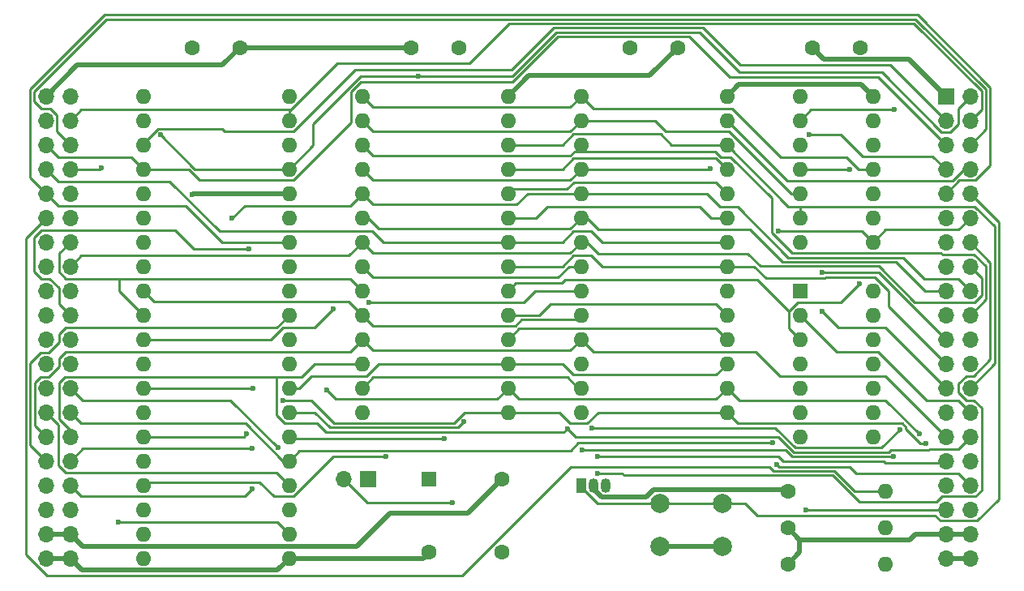
<source format=gbr>
%TF.GenerationSoftware,KiCad,Pcbnew,(5.1.8)-1*%
%TF.CreationDate,2020-12-26T15:35:10+00:00*%
%TF.ProjectId,computer,636f6d70-7574-4657-922e-6b696361645f,rev?*%
%TF.SameCoordinates,Original*%
%TF.FileFunction,Copper,L1,Top*%
%TF.FilePolarity,Positive*%
%FSLAX46Y46*%
G04 Gerber Fmt 4.6, Leading zero omitted, Abs format (unit mm)*
G04 Created by KiCad (PCBNEW (5.1.8)-1) date 2020-12-26 15:35:10*
%MOMM*%
%LPD*%
G01*
G04 APERTURE LIST*
%TA.AperFunction,ComponentPad*%
%ADD10O,1.600000X1.600000*%
%TD*%
%TA.AperFunction,ComponentPad*%
%ADD11C,1.600000*%
%TD*%
%TA.AperFunction,ComponentPad*%
%ADD12O,1.700000X1.700000*%
%TD*%
%TA.AperFunction,ComponentPad*%
%ADD13R,1.700000X1.700000*%
%TD*%
%TA.AperFunction,ComponentPad*%
%ADD14R,1.600000X1.600000*%
%TD*%
%TA.AperFunction,ComponentPad*%
%ADD15R,1.050000X1.500000*%
%TD*%
%TA.AperFunction,ComponentPad*%
%ADD16O,1.050000X1.500000*%
%TD*%
%TA.AperFunction,ComponentPad*%
%ADD17C,2.000000*%
%TD*%
%TA.AperFunction,ViaPad*%
%ADD18C,0.600000*%
%TD*%
%TA.AperFunction,Conductor*%
%ADD19C,0.500000*%
%TD*%
%TA.AperFunction,Conductor*%
%ADD20C,0.250000*%
%TD*%
G04 APERTURE END LIST*
D10*
%TO.P,R3,2*%
%TO.N,!IRQ*%
X158750000Y-83185000D03*
D11*
%TO.P,R3,1*%
%TO.N,+5V*%
X148590000Y-83185000D03*
%TD*%
D10*
%TO.P,R1,2*%
%TO.N,RDY*%
X158750000Y-75565000D03*
D11*
%TO.P,R1,1*%
%TO.N,+5V*%
X148590000Y-75565000D03*
%TD*%
%TO.P,C4,2*%
%TO.N,+5V*%
X156130000Y-29210000D03*
%TO.P,C4,1*%
%TO.N,GND*%
X151130000Y-29210000D03*
%TD*%
%TO.P,C3,2*%
%TO.N,+5V*%
X137080000Y-29210000D03*
%TO.P,C3,1*%
%TO.N,GND*%
X132080000Y-29210000D03*
%TD*%
%TO.P,C2,2*%
%TO.N,+5V*%
X114220000Y-29210000D03*
%TO.P,C2,1*%
%TO.N,GND*%
X109220000Y-29210000D03*
%TD*%
%TO.P,C1,2*%
%TO.N,GND*%
X91360000Y-29210000D03*
%TO.P,C1,1*%
%TO.N,+5V*%
X86360000Y-29210000D03*
%TD*%
D10*
%TO.P,U3,28*%
%TO.N,+5V*%
X142240000Y-34290000D03*
%TO.P,U3,14*%
%TO.N,GND*%
X127000000Y-67310000D03*
%TO.P,U3,27*%
%TO.N,!WRITE*%
X142240000Y-36830000D03*
%TO.P,U3,13*%
%TO.N,D2*%
X127000000Y-64770000D03*
%TO.P,U3,26*%
%TO.N,A13*%
X142240000Y-39370000D03*
%TO.P,U3,12*%
%TO.N,D1*%
X127000000Y-62230000D03*
%TO.P,U3,25*%
%TO.N,A8*%
X142240000Y-41910000D03*
%TO.P,U3,11*%
%TO.N,D0*%
X127000000Y-59690000D03*
%TO.P,U3,24*%
%TO.N,A9*%
X142240000Y-44450000D03*
%TO.P,U3,10*%
%TO.N,A0*%
X127000000Y-57150000D03*
%TO.P,U3,23*%
%TO.N,A11*%
X142240000Y-46990000D03*
%TO.P,U3,9*%
%TO.N,A1*%
X127000000Y-54610000D03*
%TO.P,U3,22*%
%TO.N,!READ*%
X142240000Y-49530000D03*
%TO.P,U3,8*%
%TO.N,A2*%
X127000000Y-52070000D03*
%TO.P,U3,21*%
%TO.N,A10*%
X142240000Y-52070000D03*
%TO.P,U3,7*%
%TO.N,A3*%
X127000000Y-49530000D03*
%TO.P,U3,20*%
%TO.N,!RAM_SELECT*%
X142240000Y-54610000D03*
%TO.P,U3,6*%
%TO.N,A4*%
X127000000Y-46990000D03*
%TO.P,U3,19*%
%TO.N,D7*%
X142240000Y-57150000D03*
%TO.P,U3,5*%
%TO.N,A5*%
X127000000Y-44450000D03*
%TO.P,U3,18*%
%TO.N,D6*%
X142240000Y-59690000D03*
%TO.P,U3,4*%
%TO.N,A6*%
X127000000Y-41910000D03*
%TO.P,U3,17*%
%TO.N,D5*%
X142240000Y-62230000D03*
%TO.P,U3,3*%
%TO.N,A7*%
X127000000Y-39370000D03*
%TO.P,U3,16*%
%TO.N,D4*%
X142240000Y-64770000D03*
%TO.P,U3,2*%
%TO.N,A12*%
X127000000Y-36830000D03*
%TO.P,U3,15*%
%TO.N,D3*%
X142240000Y-67310000D03*
%TO.P,U3,1*%
%TO.N,A14*%
X127000000Y-34290000D03*
%TD*%
D12*
%TO.P,J2,40*%
%TO.N,GND*%
X167640000Y-82550000D03*
%TO.P,J2,39*%
X165100000Y-82550000D03*
%TO.P,J2,38*%
%TO.N,+5V*%
X167640000Y-80010000D03*
%TO.P,J2,37*%
X165100000Y-80010000D03*
%TO.P,J2,36*%
%TO.N,D7*%
X167640000Y-77470000D03*
%TO.P,J2,35*%
%TO.N,D6*%
X165100000Y-77470000D03*
%TO.P,J2,34*%
%TO.N,D5*%
X167640000Y-74930000D03*
%TO.P,J2,33*%
%TO.N,D4*%
X165100000Y-74930000D03*
%TO.P,J2,32*%
%TO.N,D3*%
X167640000Y-72390000D03*
%TO.P,J2,31*%
%TO.N,D2*%
X165100000Y-72390000D03*
%TO.P,J2,30*%
%TO.N,D1*%
X167640000Y-69850000D03*
%TO.P,J2,29*%
%TO.N,D0*%
X165100000Y-69850000D03*
%TO.P,J2,28*%
%TO.N,A15*%
X167640000Y-67310000D03*
%TO.P,J2,27*%
%TO.N,A14*%
X165100000Y-67310000D03*
%TO.P,J2,26*%
%TO.N,A13*%
X167640000Y-64770000D03*
%TO.P,J2,25*%
%TO.N,A12*%
X165100000Y-64770000D03*
%TO.P,J2,24*%
%TO.N,A11*%
X167640000Y-62230000D03*
%TO.P,J2,23*%
%TO.N,A10*%
X165100000Y-62230000D03*
%TO.P,J2,22*%
%TO.N,A9*%
X167640000Y-59690000D03*
%TO.P,J2,21*%
%TO.N,A8*%
X165100000Y-59690000D03*
%TO.P,J2,20*%
%TO.N,A7*%
X167640000Y-57150000D03*
%TO.P,J2,19*%
%TO.N,A6*%
X165100000Y-57150000D03*
%TO.P,J2,18*%
%TO.N,A5*%
X167640000Y-54610000D03*
%TO.P,J2,17*%
%TO.N,A4*%
X165100000Y-54610000D03*
%TO.P,J2,16*%
%TO.N,A3*%
X167640000Y-52070000D03*
%TO.P,J2,15*%
%TO.N,A2*%
X165100000Y-52070000D03*
%TO.P,J2,14*%
%TO.N,A1*%
X167640000Y-49530000D03*
%TO.P,J2,13*%
%TO.N,A0*%
X165100000Y-49530000D03*
%TO.P,J2,12*%
%TO.N,!P_SELECT*%
X167640000Y-46990000D03*
%TO.P,J2,11*%
%TO.N,RDY*%
X165100000Y-46990000D03*
%TO.P,J2,10*%
%TO.N,!RESET*%
X167640000Y-44450000D03*
%TO.P,J2,9*%
%TO.N,R!W*%
X165100000Y-44450000D03*
%TO.P,J2,8*%
%TO.N,!WRITE*%
X167640000Y-41910000D03*
%TO.P,J2,7*%
%TO.N,!READ*%
X165100000Y-41910000D03*
%TO.P,J2,6*%
%TO.N,!NMI*%
X167640000Y-39370000D03*
%TO.P,J2,5*%
%TO.N,!IRQ*%
X165100000Y-39370000D03*
%TO.P,J2,4*%
%TO.N,PHI2*%
X167640000Y-36830000D03*
%TO.P,J2,3*%
%TO.N,PHI1*%
X165100000Y-36830000D03*
%TO.P,J2,2*%
%TO.N,CLK*%
X167640000Y-34290000D03*
D13*
%TO.P,J2,1*%
%TO.N,GND*%
X165100000Y-34290000D03*
%TD*%
D11*
%TO.P,X1,4*%
%TO.N,GND*%
X111125000Y-81915000D03*
%TO.P,X1,5*%
%TO.N,CLK1*%
X118745000Y-81915000D03*
%TO.P,X1,8*%
%TO.N,+5V*%
X118745000Y-74295000D03*
D14*
%TO.P,X1,1*%
%TO.N,Net-(X1-Pad1)*%
X111125000Y-74295000D03*
%TD*%
D15*
%TO.P,U6,1*%
%TO.N,!RESET*%
X127000000Y-74930000D03*
D16*
%TO.P,U6,3*%
%TO.N,GND*%
X129540000Y-74930000D03*
%TO.P,U6,2*%
%TO.N,+5V*%
X128270000Y-74930000D03*
%TD*%
D17*
%TO.P,SW1,1*%
%TO.N,!RESET*%
X141755000Y-76835000D03*
%TO.P,SW1,2*%
%TO.N,GND*%
X141755000Y-81335000D03*
%TO.P,SW1,1*%
%TO.N,!RESET*%
X135255000Y-76835000D03*
%TO.P,SW1,2*%
%TO.N,GND*%
X135255000Y-81335000D03*
%TD*%
D10*
%TO.P,R2,2*%
%TO.N,!NMI*%
X158750000Y-79375000D03*
D11*
%TO.P,R2,1*%
%TO.N,+5V*%
X148590000Y-79375000D03*
%TD*%
D13*
%TO.P,JP1,1*%
%TO.N,CLK*%
X104775000Y-74295000D03*
D12*
%TO.P,JP1,2*%
%TO.N,CLK1*%
X102235000Y-74295000D03*
%TD*%
D10*
%TO.P,U5,14*%
%TO.N,+5V*%
X157480000Y-54610000D03*
%TO.P,U5,7*%
%TO.N,GND*%
X149860000Y-69850000D03*
%TO.P,U5,13*%
%TO.N,!READ*%
X157480000Y-57150000D03*
%TO.P,U5,6*%
%TO.N,!RAM_SELECT*%
X149860000Y-67310000D03*
%TO.P,U5,12*%
%TO.N,PHI2*%
X157480000Y-59690000D03*
%TO.P,U5,5*%
%TO.N,!ROM_SELECT*%
X149860000Y-64770000D03*
%TO.P,U5,11*%
%TO.N,!WRITE*%
X157480000Y-62230000D03*
%TO.P,U5,4*%
%TO.N,!P_SELECT*%
X149860000Y-62230000D03*
%TO.P,U5,10*%
%TO.N,PHI2*%
X157480000Y-64770000D03*
%TO.P,U5,3*%
%TO.N,!ROM_SELECT*%
X149860000Y-59690000D03*
%TO.P,U5,9*%
%TO.N,R!W*%
X157480000Y-67310000D03*
%TO.P,U5,2*%
%TO.N,A15*%
X149860000Y-57150000D03*
%TO.P,U5,8*%
%TO.N,!READ*%
X157480000Y-69850000D03*
D14*
%TO.P,U5,1*%
%TO.N,A15*%
X149860000Y-54610000D03*
%TD*%
D10*
%TO.P,U4,14*%
%TO.N,+5V*%
X157480000Y-34290000D03*
%TO.P,U4,7*%
%TO.N,GND*%
X149860000Y-49530000D03*
%TO.P,U4,13*%
%TO.N,N/C*%
X157480000Y-36830000D03*
%TO.P,U4,6*%
%TO.N,A13*%
X149860000Y-46990000D03*
%TO.P,U4,12*%
%TO.N,!ROM_SELECT*%
X157480000Y-39370000D03*
%TO.P,U4,5*%
%TO.N,A12*%
X149860000Y-44450000D03*
%TO.P,U4,11*%
%TO.N,A14*%
X157480000Y-41910000D03*
%TO.P,U4,4*%
%TO.N,A11*%
X149860000Y-41910000D03*
%TO.P,U4,10*%
%TO.N,N/C*%
X157480000Y-44450000D03*
%TO.P,U4,3*%
%TO.N,A10*%
X149860000Y-39370000D03*
%TO.P,U4,9*%
%TO.N,N/C*%
X157480000Y-46990000D03*
%TO.P,U4,2*%
%TO.N,A9*%
X149860000Y-36830000D03*
%TO.P,U4,8*%
%TO.N,!P_SELECT*%
X157480000Y-49530000D03*
%TO.P,U4,1*%
%TO.N,A8*%
X149860000Y-34290000D03*
%TD*%
%TO.P,U2,28*%
%TO.N,+5V*%
X119380000Y-34290000D03*
%TO.P,U2,14*%
%TO.N,GND*%
X104140000Y-67310000D03*
%TO.P,U2,27*%
%TO.N,+5V*%
X119380000Y-36830000D03*
%TO.P,U2,13*%
%TO.N,D2*%
X104140000Y-64770000D03*
%TO.P,U2,26*%
%TO.N,A13*%
X119380000Y-39370000D03*
%TO.P,U2,12*%
%TO.N,D1*%
X104140000Y-62230000D03*
%TO.P,U2,25*%
%TO.N,A8*%
X119380000Y-41910000D03*
%TO.P,U2,11*%
%TO.N,D0*%
X104140000Y-59690000D03*
%TO.P,U2,24*%
%TO.N,A9*%
X119380000Y-44450000D03*
%TO.P,U2,10*%
%TO.N,A0*%
X104140000Y-57150000D03*
%TO.P,U2,23*%
%TO.N,A11*%
X119380000Y-46990000D03*
%TO.P,U2,9*%
%TO.N,A1*%
X104140000Y-54610000D03*
%TO.P,U2,22*%
%TO.N,!READ*%
X119380000Y-49530000D03*
%TO.P,U2,8*%
%TO.N,A2*%
X104140000Y-52070000D03*
%TO.P,U2,21*%
%TO.N,A10*%
X119380000Y-52070000D03*
%TO.P,U2,7*%
%TO.N,A3*%
X104140000Y-49530000D03*
%TO.P,U2,20*%
%TO.N,!ROM_SELECT*%
X119380000Y-54610000D03*
%TO.P,U2,6*%
%TO.N,A4*%
X104140000Y-46990000D03*
%TO.P,U2,19*%
%TO.N,D7*%
X119380000Y-57150000D03*
%TO.P,U2,5*%
%TO.N,A5*%
X104140000Y-44450000D03*
%TO.P,U2,18*%
%TO.N,D6*%
X119380000Y-59690000D03*
%TO.P,U2,4*%
%TO.N,A6*%
X104140000Y-41910000D03*
%TO.P,U2,17*%
%TO.N,D5*%
X119380000Y-62230000D03*
%TO.P,U2,3*%
%TO.N,A7*%
X104140000Y-39370000D03*
%TO.P,U2,16*%
%TO.N,D4*%
X119380000Y-64770000D03*
%TO.P,U2,2*%
%TO.N,A12*%
X104140000Y-36830000D03*
%TO.P,U2,15*%
%TO.N,D3*%
X119380000Y-67310000D03*
%TO.P,U2,1*%
%TO.N,A14*%
X104140000Y-34290000D03*
%TD*%
%TO.P,U1,40*%
%TO.N,!RESET*%
X96520000Y-34290000D03*
%TO.P,U1,20*%
%TO.N,A11*%
X81280000Y-82550000D03*
%TO.P,U1,39*%
%TO.N,PHI2*%
X96520000Y-36830000D03*
%TO.P,U1,19*%
%TO.N,A10*%
X81280000Y-80010000D03*
%TO.P,U1,38*%
%TO.N,+5V*%
X96520000Y-39370000D03*
%TO.P,U1,18*%
%TO.N,A9*%
X81280000Y-77470000D03*
%TO.P,U1,37*%
%TO.N,CLK*%
X96520000Y-41910000D03*
%TO.P,U1,17*%
%TO.N,A8*%
X81280000Y-74930000D03*
%TO.P,U1,36*%
%TO.N,+5V*%
X96520000Y-44450000D03*
%TO.P,U1,16*%
%TO.N,A7*%
X81280000Y-72390000D03*
%TO.P,U1,35*%
%TO.N,Net-(U1-Pad35)*%
X96520000Y-46990000D03*
%TO.P,U1,15*%
%TO.N,A6*%
X81280000Y-69850000D03*
%TO.P,U1,34*%
%TO.N,R!W*%
X96520000Y-49530000D03*
%TO.P,U1,14*%
%TO.N,A5*%
X81280000Y-67310000D03*
%TO.P,U1,33*%
%TO.N,D0*%
X96520000Y-52070000D03*
%TO.P,U1,13*%
%TO.N,A4*%
X81280000Y-64770000D03*
%TO.P,U1,32*%
%TO.N,D1*%
X96520000Y-54610000D03*
%TO.P,U1,12*%
%TO.N,A3*%
X81280000Y-62230000D03*
%TO.P,U1,31*%
%TO.N,D2*%
X96520000Y-57150000D03*
%TO.P,U1,11*%
%TO.N,A2*%
X81280000Y-59690000D03*
%TO.P,U1,30*%
%TO.N,D3*%
X96520000Y-59690000D03*
%TO.P,U1,10*%
%TO.N,A1*%
X81280000Y-57150000D03*
%TO.P,U1,29*%
%TO.N,D4*%
X96520000Y-62230000D03*
%TO.P,U1,9*%
%TO.N,A0*%
X81280000Y-54610000D03*
%TO.P,U1,28*%
%TO.N,D5*%
X96520000Y-64770000D03*
%TO.P,U1,8*%
%TO.N,+5V*%
X81280000Y-52070000D03*
%TO.P,U1,27*%
%TO.N,D6*%
X96520000Y-67310000D03*
%TO.P,U1,7*%
%TO.N,Net-(U1-Pad7)*%
X81280000Y-49530000D03*
%TO.P,U1,26*%
%TO.N,D7*%
X96520000Y-69850000D03*
%TO.P,U1,6*%
%TO.N,!NMI*%
X81280000Y-46990000D03*
%TO.P,U1,25*%
%TO.N,A15*%
X96520000Y-72390000D03*
%TO.P,U1,5*%
%TO.N,Net-(U1-Pad5)*%
X81280000Y-44450000D03*
%TO.P,U1,24*%
%TO.N,A14*%
X96520000Y-74930000D03*
%TO.P,U1,4*%
%TO.N,!IRQ*%
X81280000Y-41910000D03*
%TO.P,U1,23*%
%TO.N,A13*%
X96520000Y-77470000D03*
%TO.P,U1,3*%
%TO.N,PHI1*%
X81280000Y-39370000D03*
%TO.P,U1,22*%
%TO.N,A12*%
X96520000Y-80010000D03*
%TO.P,U1,2*%
%TO.N,RDY*%
X81280000Y-36830000D03*
%TO.P,U1,21*%
%TO.N,GND*%
X96520000Y-82550000D03*
%TO.P,U1,1*%
%TO.N,Net-(U1-Pad1)*%
X81280000Y-34290000D03*
%TD*%
D12*
%TO.P,J1,40*%
%TO.N,GND*%
X73660000Y-82550000D03*
%TO.P,J1,39*%
X71120000Y-82550000D03*
%TO.P,J1,38*%
%TO.N,+5V*%
X73660000Y-80010000D03*
%TO.P,J1,37*%
X71120000Y-80010000D03*
%TO.P,J1,36*%
%TO.N,D7*%
X73660000Y-77470000D03*
%TO.P,J1,35*%
%TO.N,D6*%
X71120000Y-77470000D03*
%TO.P,J1,34*%
%TO.N,D5*%
X73660000Y-74930000D03*
%TO.P,J1,33*%
%TO.N,D4*%
X71120000Y-74930000D03*
%TO.P,J1,32*%
%TO.N,D3*%
X73660000Y-72390000D03*
%TO.P,J1,31*%
%TO.N,D2*%
X71120000Y-72390000D03*
%TO.P,J1,30*%
%TO.N,D1*%
X73660000Y-69850000D03*
%TO.P,J1,29*%
%TO.N,D0*%
X71120000Y-69850000D03*
%TO.P,J1,28*%
%TO.N,A15*%
X73660000Y-67310000D03*
%TO.P,J1,27*%
%TO.N,A14*%
X71120000Y-67310000D03*
%TO.P,J1,26*%
%TO.N,A13*%
X73660000Y-64770000D03*
%TO.P,J1,25*%
%TO.N,A12*%
X71120000Y-64770000D03*
%TO.P,J1,24*%
%TO.N,A11*%
X73660000Y-62230000D03*
%TO.P,J1,23*%
%TO.N,A10*%
X71120000Y-62230000D03*
%TO.P,J1,22*%
%TO.N,A9*%
X73660000Y-59690000D03*
%TO.P,J1,21*%
%TO.N,A8*%
X71120000Y-59690000D03*
%TO.P,J1,20*%
%TO.N,A7*%
X73660000Y-57150000D03*
%TO.P,J1,19*%
%TO.N,A6*%
X71120000Y-57150000D03*
%TO.P,J1,18*%
%TO.N,A5*%
X73660000Y-54610000D03*
%TO.P,J1,17*%
%TO.N,A4*%
X71120000Y-54610000D03*
%TO.P,J1,16*%
%TO.N,A3*%
X73660000Y-52070000D03*
%TO.P,J1,15*%
%TO.N,A2*%
X71120000Y-52070000D03*
%TO.P,J1,14*%
%TO.N,A1*%
X73660000Y-49530000D03*
%TO.P,J1,13*%
%TO.N,A0*%
X71120000Y-49530000D03*
%TO.P,J1,12*%
%TO.N,!P_SELECT*%
X73660000Y-46990000D03*
%TO.P,J1,11*%
%TO.N,RDY*%
X71120000Y-46990000D03*
%TO.P,J1,10*%
%TO.N,!RESET*%
X73660000Y-44450000D03*
%TO.P,J1,9*%
%TO.N,R!W*%
X71120000Y-44450000D03*
%TO.P,J1,8*%
%TO.N,!WRITE*%
X73660000Y-41910000D03*
%TO.P,J1,7*%
%TO.N,!READ*%
X71120000Y-41910000D03*
%TO.P,J1,6*%
%TO.N,!NMI*%
X73660000Y-39370000D03*
%TO.P,J1,5*%
%TO.N,!IRQ*%
X71120000Y-39370000D03*
%TO.P,J1,4*%
%TO.N,PHI2*%
X73660000Y-36830000D03*
%TO.P,J1,3*%
%TO.N,PHI1*%
X71120000Y-36830000D03*
%TO.P,J1,2*%
%TO.N,CLK*%
X73660000Y-34290000D03*
%TO.P,J1,1*%
%TO.N,GND*%
X71120000Y-34290000D03*
%TD*%
D18*
%TO.N,+5V*%
X86360000Y-44573100D03*
%TO.N,CLK*%
X110024200Y-32175400D03*
X83091100Y-38335300D03*
%TO.N,!READ*%
X150821200Y-38275700D03*
%TO.N,!WRITE*%
X76956700Y-41746000D03*
%TO.N,A13*%
X95343400Y-70970400D03*
%TO.N,A12*%
X152218700Y-56792700D03*
X78703700Y-78740000D03*
%TO.N,A11*%
X155097700Y-41910000D03*
%TO.N,A9*%
X159707300Y-35704600D03*
%TO.N,A8*%
X106621400Y-71953100D03*
X152218700Y-52686200D03*
%TO.N,A7*%
X92294200Y-50237300D03*
%TO.N,A6*%
X92112900Y-69534400D03*
X140496500Y-41856600D03*
%TO.N,A5*%
X90577300Y-47061700D03*
%TO.N,A4*%
X92738900Y-64770000D03*
%TO.N,A2*%
X101117000Y-56522800D03*
X160287000Y-69105200D03*
X128112500Y-68937800D03*
%TO.N,A1*%
X104895400Y-55806400D03*
X128736400Y-73653600D03*
%TO.N,A0*%
X159632100Y-71933500D03*
X127160400Y-71257400D03*
%TO.N,D7*%
X112713800Y-70066000D03*
%TO.N,D6*%
X114752800Y-68313400D03*
X150495000Y-77470000D03*
%TO.N,D5*%
X92684100Y-75285500D03*
X147475300Y-72787400D03*
%TO.N,D4*%
X100436300Y-64999800D03*
X162330100Y-69585900D03*
%TO.N,D3*%
X92628500Y-71062600D03*
X95868200Y-66076000D03*
X163024900Y-70553200D03*
%TO.N,D2*%
X128736300Y-71882700D03*
%TO.N,D1*%
X125598300Y-69021800D03*
%TO.N,A15*%
X146985900Y-70508200D03*
%TO.N,CLK1*%
X113575100Y-76745100D03*
%TO.N,!ROM_SELECT*%
X156058300Y-53845900D03*
%TO.N,!P_SELECT*%
X147642800Y-48368500D03*
%TD*%
D19*
%TO.N,GND*%
X111125000Y-81915000D02*
X110490000Y-82550000D01*
X110490000Y-82550000D02*
X96520000Y-82550000D01*
X71120000Y-82550000D02*
X73660000Y-82550000D01*
X91360000Y-29210000D02*
X89567800Y-31002200D01*
X89567800Y-31002200D02*
X74407800Y-31002200D01*
X74407800Y-31002200D02*
X71120000Y-34290000D01*
X109220000Y-29210000D02*
X91360000Y-29210000D01*
X151130000Y-29210000D02*
X152380300Y-30460300D01*
X152380300Y-30460300D02*
X161270300Y-30460300D01*
X161270300Y-30460300D02*
X165100000Y-34290000D01*
X165100000Y-82550000D02*
X167640000Y-82550000D01*
X135255000Y-81335000D02*
X141755000Y-81335000D01*
X74910001Y-83800001D02*
X95269999Y-83800001D01*
X95269999Y-83800001D02*
X96520000Y-82550000D01*
X73660000Y-82550000D02*
X74910001Y-83800001D01*
%TO.N,+5V*%
X73660000Y-80010000D02*
X71120000Y-80010000D01*
X118745000Y-74295000D02*
X115192400Y-77847600D01*
X115192400Y-77847600D02*
X107050800Y-77847600D01*
X107050800Y-77847600D02*
X103618400Y-81280000D01*
X103618400Y-81280000D02*
X74930000Y-81280000D01*
X74930000Y-81280000D02*
X73660000Y-80010000D01*
X165100000Y-80010000D02*
X167640000Y-80010000D01*
X142240000Y-34290000D02*
X143495100Y-33034900D01*
X143495100Y-33034900D02*
X156224900Y-33034900D01*
X156224900Y-33034900D02*
X157480000Y-34290000D01*
X119380000Y-34290000D02*
X121514600Y-32155400D01*
X121514600Y-32155400D02*
X134134600Y-32155400D01*
X134134600Y-32155400D02*
X137080000Y-29210000D01*
X96520000Y-44450000D02*
X86483100Y-44450000D01*
X86483100Y-44450000D02*
X86360000Y-44573100D01*
X148409999Y-75384999D02*
X148590000Y-75565000D01*
X133813988Y-76130010D02*
X134558999Y-75384999D01*
X129136138Y-76130010D02*
X133813988Y-76130010D01*
X134558999Y-75384999D02*
X148409999Y-75384999D01*
X128564990Y-75558862D02*
X129136138Y-76130010D01*
X128564990Y-75224990D02*
X128564990Y-75558862D01*
X128270000Y-74930000D02*
X128564990Y-75224990D01*
X165100000Y-80010000D02*
X161925000Y-80010000D01*
X149840001Y-80625001D02*
X148590000Y-79375000D01*
X161309999Y-80625001D02*
X149840001Y-80625001D01*
X161925000Y-80010000D02*
X161309999Y-80625001D01*
X149840001Y-81934999D02*
X148590000Y-83185000D01*
X149840001Y-80625001D02*
X149840001Y-81934999D01*
D20*
%TO.N,CLK*%
X110024200Y-32175400D02*
X119865000Y-32175400D01*
X119865000Y-32175400D02*
X124443500Y-27596900D01*
X124443500Y-27596900D02*
X139367400Y-27596900D01*
X139367400Y-27596900D02*
X143587700Y-31817200D01*
X143587700Y-31817200D02*
X158424900Y-31817200D01*
X158424900Y-31817200D02*
X164620500Y-38012800D01*
X164620500Y-38012800D02*
X165582000Y-38012800D01*
X165582000Y-38012800D02*
X166370000Y-37224800D01*
X166370000Y-37224800D02*
X166370000Y-35560000D01*
X166370000Y-35560000D02*
X167640000Y-34290000D01*
X96520000Y-41910000D02*
X99007600Y-39422400D01*
X99007600Y-39422400D02*
X99007600Y-37161400D01*
X99007600Y-37161400D02*
X103993600Y-32175400D01*
X103993600Y-32175400D02*
X110024200Y-32175400D01*
X96520000Y-41910000D02*
X86665800Y-41910000D01*
X86665800Y-41910000D02*
X83091100Y-38335300D01*
%TO.N,!READ*%
X119380000Y-49530000D02*
X106361700Y-49530000D01*
X106361700Y-49530000D02*
X105183000Y-48351300D01*
X105183000Y-48351300D02*
X89238000Y-48351300D01*
X89238000Y-48351300D02*
X84066700Y-43180000D01*
X84066700Y-43180000D02*
X72390000Y-43180000D01*
X72390000Y-43180000D02*
X71120000Y-41910000D01*
X165100000Y-41910000D02*
X163739000Y-40549000D01*
X163739000Y-40549000D02*
X156437300Y-40549000D01*
X156437300Y-40549000D02*
X154164000Y-38275700D01*
X154164000Y-38275700D02*
X150821200Y-38275700D01*
X119380000Y-49530000D02*
X125096900Y-49530000D01*
X125096900Y-49530000D02*
X126222300Y-48404600D01*
X126222300Y-48404600D02*
X128096300Y-48404600D01*
X128096300Y-48404600D02*
X129221700Y-49530000D01*
X129221700Y-49530000D02*
X142240000Y-49530000D01*
%TO.N,!WRITE*%
X142240000Y-36830000D02*
X148521500Y-43111500D01*
X148521500Y-43111500D02*
X165786100Y-43111500D01*
X165786100Y-43111500D02*
X166987600Y-41910000D01*
X166987600Y-41910000D02*
X167640000Y-41910000D01*
X73660000Y-41910000D02*
X76792700Y-41910000D01*
X76792700Y-41910000D02*
X76956700Y-41746000D01*
%TO.N,RDY*%
X153441220Y-73429810D02*
X155576410Y-75565000D01*
X155576410Y-75565000D02*
X158750000Y-75565000D01*
X147089810Y-73429810D02*
X153441220Y-73429810D01*
X146685000Y-73025000D02*
X147089810Y-73429810D01*
X125969998Y-73025000D02*
X146685000Y-73025000D01*
X114619987Y-84375011D02*
X125969998Y-73025000D01*
X71206009Y-84375011D02*
X114619987Y-84375011D01*
X69007590Y-49102410D02*
X69007590Y-82176592D01*
X69007590Y-82176592D02*
X71206009Y-84375011D01*
X71120000Y-46990000D02*
X69007590Y-49102410D01*
%TO.N,R!W*%
X96520000Y-49530000D02*
X89516200Y-49530000D01*
X89516200Y-49530000D02*
X85706200Y-45720000D01*
X85706200Y-45720000D02*
X72390000Y-45720000D01*
X72390000Y-45720000D02*
X71120000Y-44450000D01*
X165100000Y-44450000D02*
X166464600Y-43085400D01*
X166464600Y-43085400D02*
X168157400Y-43085400D01*
X168157400Y-43085400D02*
X169724700Y-41518100D01*
X169724700Y-41518100D02*
X169724700Y-33381200D01*
X169724700Y-33381200D02*
X162139200Y-25795700D01*
X162139200Y-25795700D02*
X77228700Y-25795700D01*
X77228700Y-25795700D02*
X69466400Y-33558000D01*
X69466400Y-33558000D02*
X69466400Y-42796400D01*
X69466400Y-42796400D02*
X71120000Y-44450000D01*
%TO.N,!IRQ*%
X165100000Y-39370000D02*
X158010200Y-32280200D01*
X158010200Y-32280200D02*
X142526900Y-32280200D01*
X142526900Y-32280200D02*
X138329100Y-28082400D01*
X138329100Y-28082400D02*
X124594900Y-28082400D01*
X124594900Y-28082400D02*
X119835000Y-32842300D01*
X119835000Y-32842300D02*
X103970300Y-32842300D01*
X103970300Y-32842300D02*
X103014600Y-33798000D01*
X103014600Y-33798000D02*
X103014600Y-37063100D01*
X103014600Y-37063100D02*
X97010300Y-43067400D01*
X97010300Y-43067400D02*
X87186300Y-43067400D01*
X87186300Y-43067400D02*
X86028900Y-41910000D01*
X86028900Y-41910000D02*
X81280000Y-41910000D01*
X71120000Y-39370000D02*
X72390000Y-40640000D01*
X72390000Y-40640000D02*
X80010000Y-40640000D01*
X80010000Y-40640000D02*
X81280000Y-41910000D01*
%TO.N,!RESET*%
X135255000Y-76835000D02*
X141755000Y-76835000D01*
X127000000Y-74930000D02*
X127000000Y-75117300D01*
X127000000Y-75117300D02*
X128717700Y-76835000D01*
X128717700Y-76835000D02*
X135255000Y-76835000D01*
X141755000Y-76835000D02*
X144145000Y-76835000D01*
X144145000Y-76835000D02*
X145415000Y-78105000D01*
X164535999Y-78645001D02*
X168369999Y-78645001D01*
X163995998Y-78105000D02*
X164535999Y-78645001D01*
X145415000Y-78105000D02*
X163995998Y-78105000D01*
X170653109Y-47463109D02*
X167640000Y-44450000D01*
X170653109Y-76361891D02*
X170653109Y-47463109D01*
X168369999Y-78645001D02*
X170653109Y-76361891D01*
%TO.N,PHI2*%
X96520000Y-35749900D02*
X96665500Y-35749900D01*
X96665500Y-35749900D02*
X101560500Y-30854900D01*
X101560500Y-30854900D02*
X115345400Y-30854900D01*
X115345400Y-30854900D02*
X119504000Y-26696300D01*
X119504000Y-26696300D02*
X161766000Y-26696300D01*
X161766000Y-26696300D02*
X168824100Y-33754400D01*
X168824100Y-33754400D02*
X168824100Y-35645900D01*
X168824100Y-35645900D02*
X167640000Y-36830000D01*
X73660000Y-36830000D02*
X74809400Y-35680600D01*
X74809400Y-35680600D02*
X96450700Y-35680600D01*
X96450700Y-35680600D02*
X96520000Y-35749900D01*
X96520000Y-36830000D02*
X96520000Y-35749900D01*
%TO.N,PHI1*%
X81280000Y-39370000D02*
X81280000Y-39236300D01*
X81280000Y-39236300D02*
X82806400Y-37709900D01*
X82806400Y-37709900D02*
X89518700Y-37709900D01*
X89518700Y-37709900D02*
X89788700Y-37979900D01*
X89788700Y-37979900D02*
X96964900Y-37979900D01*
X96964900Y-37979900D02*
X103438500Y-31506300D01*
X103438500Y-31506300D02*
X119788900Y-31506300D01*
X119788900Y-31506300D02*
X124148600Y-27146600D01*
X124148600Y-27146600D02*
X139779000Y-27146600D01*
X139779000Y-27146600D02*
X143668100Y-31035700D01*
X143668100Y-31035700D02*
X159305700Y-31035700D01*
X159305700Y-31035700D02*
X165100000Y-36830000D01*
%TO.N,A14*%
X127000000Y-34290000D02*
X128270000Y-35560000D01*
X128270000Y-35560000D02*
X142807400Y-35560000D01*
X142807400Y-35560000D02*
X147887400Y-40640000D01*
X147887400Y-40640000D02*
X154745000Y-40640000D01*
X154745000Y-40640000D02*
X156015000Y-41910000D01*
X156015000Y-41910000D02*
X157480000Y-41910000D01*
X104140000Y-34290000D02*
X105276900Y-35426900D01*
X105276900Y-35426900D02*
X125863100Y-35426900D01*
X125863100Y-35426900D02*
X127000000Y-34290000D01*
X71120000Y-67310000D02*
X72390000Y-68580000D01*
X72390000Y-68580000D02*
X72390000Y-72807400D01*
X72390000Y-72807400D02*
X73170200Y-73587600D01*
X73170200Y-73587600D02*
X95177600Y-73587600D01*
X95177600Y-73587600D02*
X96520000Y-74930000D01*
%TO.N,A13*%
X149860000Y-45799400D02*
X149860000Y-46990000D01*
X142240000Y-39370000D02*
X148669400Y-45799400D01*
X148669400Y-45799400D02*
X149860000Y-45799400D01*
X149860000Y-45799400D02*
X168118200Y-45799400D01*
X168118200Y-45799400D02*
X170203100Y-47884300D01*
X170203100Y-47884300D02*
X170203100Y-62206900D01*
X170203100Y-62206900D02*
X167640000Y-64770000D01*
X119380000Y-39370000D02*
X125096900Y-39370000D01*
X125096900Y-39370000D02*
X126230100Y-38236800D01*
X126230100Y-38236800D02*
X135305700Y-38236800D01*
X135305700Y-38236800D02*
X136438900Y-39370000D01*
X136438900Y-39370000D02*
X142240000Y-39370000D01*
X73660000Y-64770000D02*
X74930000Y-66040000D01*
X74930000Y-66040000D02*
X90413000Y-66040000D01*
X90413000Y-66040000D02*
X95343400Y-70970400D01*
%TO.N,A12*%
X152218700Y-56792700D02*
X153846000Y-58420000D01*
X153846000Y-58420000D02*
X158750000Y-58420000D01*
X158750000Y-58420000D02*
X165100000Y-64770000D01*
X96520000Y-80010000D02*
X95250000Y-78740000D01*
X95250000Y-78740000D02*
X78703700Y-78740000D01*
X149860000Y-44450000D02*
X148959000Y-44450000D01*
X148959000Y-44450000D02*
X142464400Y-37955400D01*
X142464400Y-37955400D02*
X135886500Y-37955400D01*
X135886500Y-37955400D02*
X134761100Y-36830000D01*
X134761100Y-36830000D02*
X127000000Y-36830000D01*
X104140000Y-36830000D02*
X105265400Y-37955400D01*
X105265400Y-37955400D02*
X125874600Y-37955400D01*
X125874600Y-37955400D02*
X127000000Y-36830000D01*
%TO.N,A11*%
X149860000Y-41910000D02*
X155097700Y-41910000D01*
X119380000Y-46990000D02*
X122328200Y-46990000D01*
X122328200Y-46990000D02*
X123462500Y-45855700D01*
X123462500Y-45855700D02*
X139443900Y-45855700D01*
X139443900Y-45855700D02*
X140578200Y-46990000D01*
X140578200Y-46990000D02*
X142240000Y-46990000D01*
%TO.N,A10*%
X142240000Y-52070000D02*
X145110400Y-52070000D01*
X145110400Y-52070000D02*
X146351900Y-53311500D01*
X146351900Y-53311500D02*
X152477800Y-53311500D01*
X152477800Y-53311500D02*
X152568800Y-53220500D01*
X152568800Y-53220500D02*
X157682000Y-53220500D01*
X157682000Y-53220500D02*
X159131600Y-54670100D01*
X159131600Y-54670100D02*
X159131600Y-56261600D01*
X159131600Y-56261600D02*
X165100000Y-62230000D01*
X119380000Y-52070000D02*
X125096900Y-52070000D01*
X125096900Y-52070000D02*
X126226200Y-50940700D01*
X126226200Y-50940700D02*
X128092400Y-50940700D01*
X128092400Y-50940700D02*
X129221700Y-52070000D01*
X129221700Y-52070000D02*
X142240000Y-52070000D01*
%TO.N,A9*%
X149860000Y-36830000D02*
X150985400Y-35704600D01*
X150985400Y-35704600D02*
X159707300Y-35704600D01*
X119380000Y-44450000D02*
X119830400Y-43999600D01*
X119830400Y-43999600D02*
X125547300Y-43999600D01*
X125547300Y-43999600D02*
X126264500Y-43282400D01*
X126264500Y-43282400D02*
X141072400Y-43282400D01*
X141072400Y-43282400D02*
X142240000Y-44450000D01*
%TO.N,A8*%
X81280000Y-74930000D02*
X81579800Y-74630200D01*
X81579800Y-74630200D02*
X93465600Y-74630200D01*
X93465600Y-74630200D02*
X94926900Y-76091500D01*
X94926900Y-76091500D02*
X96963000Y-76091500D01*
X96963000Y-76091500D02*
X101101400Y-71953100D01*
X101101400Y-71953100D02*
X106621400Y-71953100D01*
X152218700Y-52686200D02*
X158096200Y-52686200D01*
X158096200Y-52686200D02*
X165100000Y-59690000D01*
X119380000Y-41910000D02*
X125096900Y-41910000D01*
X125096900Y-41910000D02*
X126222300Y-40784600D01*
X126222300Y-40784600D02*
X141114600Y-40784600D01*
X141114600Y-40784600D02*
X142240000Y-41910000D01*
%TO.N,A7*%
X127000000Y-40045200D02*
X141012100Y-40045200D01*
X141012100Y-40045200D02*
X141606900Y-40640000D01*
X141606900Y-40640000D02*
X142635700Y-40640000D01*
X142635700Y-40640000D02*
X146928900Y-44933200D01*
X146928900Y-44933200D02*
X146928900Y-48548300D01*
X146928900Y-48548300D02*
X149069300Y-50688700D01*
X149069300Y-50688700D02*
X164596400Y-50688700D01*
X164596400Y-50688700D02*
X164706400Y-50798700D01*
X164706400Y-50798700D02*
X168048500Y-50798700D01*
X168048500Y-50798700D02*
X169302300Y-52052500D01*
X169302300Y-52052500D02*
X169302300Y-55487700D01*
X169302300Y-55487700D02*
X167640000Y-57150000D01*
X104140000Y-39370000D02*
X105265400Y-40495400D01*
X105265400Y-40495400D02*
X125874600Y-40495400D01*
X125874600Y-40495400D02*
X126324800Y-40045200D01*
X126324800Y-40045200D02*
X127000000Y-40045200D01*
X127000000Y-40045200D02*
X127000000Y-39370000D01*
X73660000Y-57150000D02*
X72484700Y-55974700D01*
X72484700Y-55974700D02*
X72484700Y-54310100D01*
X72484700Y-54310100D02*
X71514600Y-53340000D01*
X71514600Y-53340000D02*
X70631400Y-53340000D01*
X70631400Y-53340000D02*
X69897400Y-52606000D01*
X69897400Y-52606000D02*
X69897400Y-49067400D01*
X69897400Y-49067400D02*
X70654300Y-48310500D01*
X70654300Y-48310500D02*
X84618600Y-48310500D01*
X84618600Y-48310500D02*
X86545400Y-50237300D01*
X86545400Y-50237300D02*
X92294200Y-50237300D01*
%TO.N,A6*%
X81280000Y-69850000D02*
X91797300Y-69850000D01*
X91797300Y-69850000D02*
X92112900Y-69534400D01*
X127000000Y-41910000D02*
X140443100Y-41910000D01*
X140443100Y-41910000D02*
X140496500Y-41856600D01*
X104140000Y-41910000D02*
X105297400Y-43067400D01*
X105297400Y-43067400D02*
X125842600Y-43067400D01*
X125842600Y-43067400D02*
X127000000Y-41910000D01*
%TO.N,A5*%
X104140000Y-44450000D02*
X105317500Y-45627500D01*
X105317500Y-45627500D02*
X120283200Y-45627500D01*
X120283200Y-45627500D02*
X121460700Y-44450000D01*
X121460700Y-44450000D02*
X127000000Y-44450000D01*
X104140000Y-44450000D02*
X102870000Y-45720000D01*
X102870000Y-45720000D02*
X91919000Y-45720000D01*
X91919000Y-45720000D02*
X90577300Y-47061700D01*
X167640000Y-54610000D02*
X166370000Y-53340000D01*
X166370000Y-53340000D02*
X162855900Y-53340000D01*
X162855900Y-53340000D02*
X160655000Y-51139100D01*
X160655000Y-51139100D02*
X148672900Y-51139100D01*
X148672900Y-51139100D02*
X143382600Y-45848800D01*
X143382600Y-45848800D02*
X141520900Y-45848800D01*
X141520900Y-45848800D02*
X140122100Y-44450000D01*
X140122100Y-44450000D02*
X127000000Y-44450000D01*
%TO.N,A4*%
X165100000Y-54610000D02*
X162923000Y-54610000D01*
X162923000Y-54610000D02*
X159923600Y-51610600D01*
X159923600Y-51610600D02*
X148072200Y-51610600D01*
X148072200Y-51610600D02*
X144641100Y-48179500D01*
X144641100Y-48179500D02*
X128826400Y-48179500D01*
X128826400Y-48179500D02*
X127636900Y-46990000D01*
X127636900Y-46990000D02*
X127000000Y-46990000D01*
X127000000Y-46990000D02*
X125863800Y-48126200D01*
X125863800Y-48126200D02*
X105913100Y-48126200D01*
X105913100Y-48126200D02*
X104776900Y-46990000D01*
X104776900Y-46990000D02*
X104140000Y-46990000D01*
X81280000Y-64770000D02*
X92738900Y-64770000D01*
%TO.N,A3*%
X167640000Y-52070000D02*
X168852000Y-53282000D01*
X168852000Y-53282000D02*
X168852000Y-55086200D01*
X168852000Y-55086200D02*
X168112900Y-55825300D01*
X168112900Y-55825300D02*
X161872200Y-55825300D01*
X161872200Y-55825300D02*
X158107800Y-52060900D01*
X158107800Y-52060900D02*
X145738300Y-52060900D01*
X145738300Y-52060900D02*
X144410700Y-50733300D01*
X144410700Y-50733300D02*
X128840300Y-50733300D01*
X128840300Y-50733300D02*
X127637000Y-49530000D01*
X127637000Y-49530000D02*
X127000000Y-49530000D01*
X104140000Y-49530000D02*
X105317500Y-50707500D01*
X105317500Y-50707500D02*
X125822500Y-50707500D01*
X125822500Y-50707500D02*
X127000000Y-49530000D01*
X73660000Y-52070000D02*
X74785400Y-50944600D01*
X74785400Y-50944600D02*
X102725400Y-50944600D01*
X102725400Y-50944600D02*
X104140000Y-49530000D01*
%TO.N,A2*%
X104140000Y-52070000D02*
X105316100Y-53246100D01*
X105316100Y-53246100D02*
X124557700Y-53246100D01*
X124557700Y-53246100D02*
X125733800Y-52070000D01*
X125733800Y-52070000D02*
X127000000Y-52070000D01*
X81280000Y-59690000D02*
X94616900Y-59690000D01*
X94616900Y-59690000D02*
X95886900Y-58420000D01*
X95886900Y-58420000D02*
X99219800Y-58420000D01*
X99219800Y-58420000D02*
X101117000Y-56522800D01*
X160287000Y-69105200D02*
X158382400Y-71009800D01*
X158382400Y-71009800D02*
X149377200Y-71009800D01*
X149377200Y-71009800D02*
X147305200Y-68937800D01*
X147305200Y-68937800D02*
X128112500Y-68937800D01*
%TO.N,A1*%
X127000000Y-54610000D02*
X122238500Y-54610000D01*
X122238500Y-54610000D02*
X121042100Y-55806400D01*
X121042100Y-55806400D02*
X104895400Y-55806400D01*
X72484999Y-52634001D02*
X73190998Y-53340000D01*
X72484999Y-50705001D02*
X72484999Y-52634001D01*
X73660000Y-49530000D02*
X72484999Y-50705001D01*
X102870000Y-53340000D02*
X104140000Y-54610000D01*
X78740000Y-54610000D02*
X81280000Y-57150000D01*
X78740000Y-53340000D02*
X78740000Y-54610000D01*
X73190998Y-53340000D02*
X78740000Y-53340000D01*
X78740000Y-53340000D02*
X102870000Y-53340000D01*
X167240400Y-66040000D02*
X168032500Y-66040000D01*
X168039700Y-63500000D02*
X167245200Y-63500000D01*
X167640000Y-49530000D02*
X169752700Y-51642700D01*
X166430800Y-64314400D02*
X166430800Y-65230400D01*
X167245200Y-63500000D02*
X166430800Y-64314400D01*
X166430800Y-65230400D02*
X167240400Y-66040000D01*
X168032500Y-66040000D02*
X168841300Y-66848800D01*
X169752700Y-61787000D02*
X168039700Y-63500000D01*
X169752700Y-51642700D02*
X169752700Y-61787000D01*
X168841300Y-75467702D02*
X168841300Y-74861300D01*
X168204001Y-76105001D02*
X168841300Y-75467702D01*
X164725997Y-76105001D02*
X168204001Y-76105001D01*
X164140997Y-76690001D02*
X164725997Y-76105001D01*
X156065001Y-76690001D02*
X164140997Y-76690001D01*
X131300100Y-73653600D02*
X131534400Y-73887900D01*
X128736400Y-73653600D02*
X131300100Y-73653600D01*
X153262900Y-73887900D02*
X156065001Y-76690001D01*
X131534400Y-73887900D02*
X153262900Y-73887900D01*
X168841300Y-74861300D02*
X168841300Y-75392500D01*
X168841300Y-66848800D02*
X168841300Y-74861300D01*
%TO.N,A0*%
X159632100Y-71933500D02*
X149027100Y-71933500D01*
X149027100Y-71933500D02*
X148351000Y-71257400D01*
X148351000Y-71257400D02*
X127160400Y-71257400D01*
X81280000Y-54610000D02*
X82405400Y-55735400D01*
X82405400Y-55735400D02*
X102725400Y-55735400D01*
X102725400Y-55735400D02*
X104140000Y-57150000D01*
X104140000Y-57150000D02*
X105265600Y-58275600D01*
X105265600Y-58275600D02*
X120143300Y-58275600D01*
X120143300Y-58275600D02*
X120787400Y-57631500D01*
X120787400Y-57631500D02*
X126518500Y-57631500D01*
X126518500Y-57631500D02*
X127000000Y-57150000D01*
%TO.N,D7*%
X112713800Y-70066000D02*
X96736000Y-70066000D01*
X96736000Y-70066000D02*
X96520000Y-69850000D01*
X119380000Y-57150000D02*
X122646600Y-57150000D01*
X122646600Y-57150000D02*
X123813500Y-55983100D01*
X123813500Y-55983100D02*
X141073100Y-55983100D01*
X141073100Y-55983100D02*
X142240000Y-57150000D01*
%TO.N,D6*%
X114752800Y-68313400D02*
X114157000Y-68909200D01*
X114157000Y-68909200D02*
X100753800Y-68909200D01*
X100753800Y-68909200D02*
X99154600Y-67310000D01*
X99154600Y-67310000D02*
X96520000Y-67310000D01*
X119380000Y-59690000D02*
X120506600Y-58563400D01*
X120506600Y-58563400D02*
X141113400Y-58563400D01*
X141113400Y-58563400D02*
X142240000Y-59690000D01*
X150495000Y-77470000D02*
X165100000Y-77470000D01*
%TO.N,D5*%
X96520000Y-64770000D02*
X97578400Y-64770000D01*
X97578400Y-64770000D02*
X98848400Y-63500000D01*
X98848400Y-63500000D02*
X104617300Y-63500000D01*
X104617300Y-63500000D02*
X105887300Y-62230000D01*
X105887300Y-62230000D02*
X119380000Y-62230000D01*
X73660000Y-74930000D02*
X74803700Y-76073700D01*
X74803700Y-76073700D02*
X91895900Y-76073700D01*
X91895900Y-76073700D02*
X92684100Y-75285500D01*
X142240000Y-62230000D02*
X141111900Y-63358100D01*
X141111900Y-63358100D02*
X126190700Y-63358100D01*
X126190700Y-63358100D02*
X125062600Y-62230000D01*
X125062600Y-62230000D02*
X119380000Y-62230000D01*
X147475300Y-72787400D02*
X147667700Y-72979800D01*
X147667700Y-72979800D02*
X155103700Y-72979800D01*
X155103700Y-72979800D02*
X155783900Y-73660000D01*
X155783900Y-73660000D02*
X166370000Y-73660000D01*
X166370000Y-73660000D02*
X167640000Y-74930000D01*
%TO.N,D4*%
X119380000Y-64770000D02*
X120505400Y-65895400D01*
X120505400Y-65895400D02*
X141114600Y-65895400D01*
X141114600Y-65895400D02*
X142240000Y-64770000D01*
X119380000Y-64770000D02*
X118216500Y-65933500D01*
X118216500Y-65933500D02*
X101370000Y-65933500D01*
X101370000Y-65933500D02*
X100436300Y-64999800D01*
X142240000Y-64770000D02*
X143510000Y-66040000D01*
X143510000Y-66040000D02*
X158784200Y-66040000D01*
X158784200Y-66040000D02*
X162330100Y-69585900D01*
%TO.N,D3*%
X119380000Y-67310000D02*
X114871900Y-67310000D01*
X114871900Y-67310000D02*
X113745100Y-68436800D01*
X113745100Y-68436800D02*
X101221600Y-68436800D01*
X101221600Y-68436800D02*
X98860800Y-66076000D01*
X98860800Y-66076000D02*
X95868200Y-66076000D01*
X73660000Y-72390000D02*
X74987400Y-71062600D01*
X74987400Y-71062600D02*
X92628500Y-71062600D01*
X142240000Y-67310000D02*
X128800200Y-67310000D01*
X128800200Y-67310000D02*
X127674800Y-68435400D01*
X127674800Y-68435400D02*
X125896300Y-68435400D01*
X125896300Y-68435400D02*
X124770900Y-67310000D01*
X124770900Y-67310000D02*
X119380000Y-67310000D01*
X163024900Y-70553200D02*
X162390300Y-70553200D01*
X162390300Y-70553200D02*
X160912300Y-69075200D01*
X160912300Y-69075200D02*
X160912300Y-68846100D01*
X160912300Y-68846100D02*
X160546100Y-68479900D01*
X160546100Y-68479900D02*
X143409900Y-68479900D01*
X143409900Y-68479900D02*
X142240000Y-67310000D01*
%TO.N,D2*%
X165100000Y-72390000D02*
X164922600Y-72567400D01*
X164922600Y-72567400D02*
X158764700Y-72567400D01*
X158764700Y-72567400D02*
X158581200Y-72383900D01*
X158581200Y-72383900D02*
X148100700Y-72383900D01*
X148100700Y-72383900D02*
X147599500Y-71882700D01*
X147599500Y-71882700D02*
X128736300Y-71882700D01*
X71120000Y-72390000D02*
X69457600Y-70727600D01*
X69457600Y-70727600D02*
X69457600Y-62171900D01*
X69457600Y-62171900D02*
X70574900Y-61054600D01*
X70574900Y-61054600D02*
X71419600Y-61054600D01*
X71419600Y-61054600D02*
X72484600Y-59989600D01*
X72484600Y-59989600D02*
X72484600Y-59164400D01*
X72484600Y-59164400D02*
X73156600Y-58492400D01*
X73156600Y-58492400D02*
X95177600Y-58492400D01*
X95177600Y-58492400D02*
X96520000Y-57150000D01*
X104140000Y-64770000D02*
X105270500Y-63639500D01*
X105270500Y-63639500D02*
X125605800Y-63639500D01*
X125605800Y-63639500D02*
X126736300Y-64770000D01*
X126736300Y-64770000D02*
X127000000Y-64770000D01*
%TO.N,D1*%
X167640000Y-69850000D02*
X166370000Y-71120000D01*
X166370000Y-71120000D02*
X163425000Y-71120000D01*
X163425000Y-71120000D02*
X163310100Y-71234900D01*
X163310100Y-71234900D02*
X159396200Y-71234900D01*
X159396200Y-71234900D02*
X159148000Y-71483100D01*
X159148000Y-71483100D02*
X149213600Y-71483100D01*
X149213600Y-71483100D02*
X147613400Y-69882900D01*
X147613400Y-69882900D02*
X126459400Y-69882900D01*
X126459400Y-69882900D02*
X125598300Y-69021800D01*
X95233400Y-63593000D02*
X95233400Y-67614900D01*
X95233400Y-67614900D02*
X96053900Y-68435400D01*
X96053900Y-68435400D02*
X99417800Y-68435400D01*
X99417800Y-68435400D02*
X100388600Y-69406200D01*
X100388600Y-69406200D02*
X125213900Y-69406200D01*
X125213900Y-69406200D02*
X125598300Y-69021800D01*
X104140000Y-62230000D02*
X99163300Y-62230000D01*
X99163300Y-62230000D02*
X97800300Y-63593000D01*
X97800300Y-63593000D02*
X95233400Y-63593000D01*
X73660000Y-69850000D02*
X73660000Y-69213100D01*
X73660000Y-69213100D02*
X72484600Y-68037700D01*
X72484600Y-68037700D02*
X72484600Y-64244400D01*
X72484600Y-64244400D02*
X73136000Y-63593000D01*
X73136000Y-63593000D02*
X95233400Y-63593000D01*
%TO.N,D0*%
X104140000Y-59690000D02*
X105317500Y-60867500D01*
X105317500Y-60867500D02*
X125822500Y-60867500D01*
X125822500Y-60867500D02*
X127000000Y-59690000D01*
X71120000Y-69850000D02*
X69939800Y-68669800D01*
X69939800Y-68669800D02*
X69939800Y-64223000D01*
X69939800Y-64223000D02*
X70569600Y-63593200D01*
X70569600Y-63593200D02*
X71421000Y-63593200D01*
X71421000Y-63593200D02*
X72484600Y-62529600D01*
X72484600Y-62529600D02*
X72484600Y-61704400D01*
X72484600Y-61704400D02*
X73229000Y-60960000D01*
X73229000Y-60960000D02*
X102870000Y-60960000D01*
X102870000Y-60960000D02*
X104140000Y-59690000D01*
X127000000Y-59690000D02*
X128270000Y-60960000D01*
X128270000Y-60960000D02*
X145260500Y-60960000D01*
X145260500Y-60960000D02*
X147808000Y-63507500D01*
X147808000Y-63507500D02*
X158757500Y-63507500D01*
X158757500Y-63507500D02*
X165100000Y-69850000D01*
%TO.N,!NMI*%
X167640000Y-39370000D02*
X169274400Y-37735600D01*
X169274400Y-37735600D02*
X169274400Y-33567800D01*
X169274400Y-33567800D02*
X161952600Y-26246000D01*
X161952600Y-26246000D02*
X77460300Y-26246000D01*
X77460300Y-26246000D02*
X69929600Y-33776700D01*
X69929600Y-33776700D02*
X69929600Y-34833400D01*
X69929600Y-34833400D02*
X70656200Y-35560000D01*
X70656200Y-35560000D02*
X71551000Y-35560000D01*
X71551000Y-35560000D02*
X72295400Y-36304400D01*
X72295400Y-36304400D02*
X72295400Y-38005400D01*
X72295400Y-38005400D02*
X73660000Y-39370000D01*
%TO.N,A15*%
X96520000Y-72390000D02*
X97600100Y-71309900D01*
X97600100Y-71309900D02*
X125940900Y-71309900D01*
X125940900Y-71309900D02*
X126742600Y-70508200D01*
X126742600Y-70508200D02*
X146985900Y-70508200D01*
X73660000Y-67310000D02*
X74808700Y-68458700D01*
X74808700Y-68458700D02*
X91947400Y-68458700D01*
X91947400Y-68458700D02*
X95878700Y-72390000D01*
X95878700Y-72390000D02*
X96520000Y-72390000D01*
X149860000Y-57150000D02*
X153670000Y-60960000D01*
X153670000Y-60960000D02*
X158012000Y-60960000D01*
X158012000Y-60960000D02*
X163092000Y-66040000D01*
X163092000Y-66040000D02*
X166370000Y-66040000D01*
X166370000Y-66040000D02*
X167640000Y-67310000D01*
%TO.N,CLK1*%
X102235000Y-74295000D02*
X104685100Y-76745100D01*
X104685100Y-76745100D02*
X113575100Y-76745100D01*
%TO.N,!ROM_SELECT*%
X148677500Y-56741000D02*
X149626000Y-55792500D01*
X149626000Y-55792500D02*
X154111700Y-55792500D01*
X154111700Y-55792500D02*
X156058300Y-53845900D01*
X148677500Y-56741000D02*
X148677500Y-58507500D01*
X148677500Y-58507500D02*
X149860000Y-59690000D01*
X119380000Y-54610000D02*
X120219500Y-53770500D01*
X120219500Y-53770500D02*
X125035400Y-53770500D01*
X125035400Y-53770500D02*
X125331200Y-53474700D01*
X125331200Y-53474700D02*
X145411200Y-53474700D01*
X145411200Y-53474700D02*
X148677500Y-56741000D01*
%TO.N,!P_SELECT*%
X157480000Y-49530000D02*
X156318500Y-48368500D01*
X156318500Y-48368500D02*
X147642800Y-48368500D01*
X157480000Y-49530000D02*
X158804200Y-48205800D01*
X158804200Y-48205800D02*
X166424200Y-48205800D01*
X166424200Y-48205800D02*
X167640000Y-46990000D01*
%TD*%
M02*

</source>
